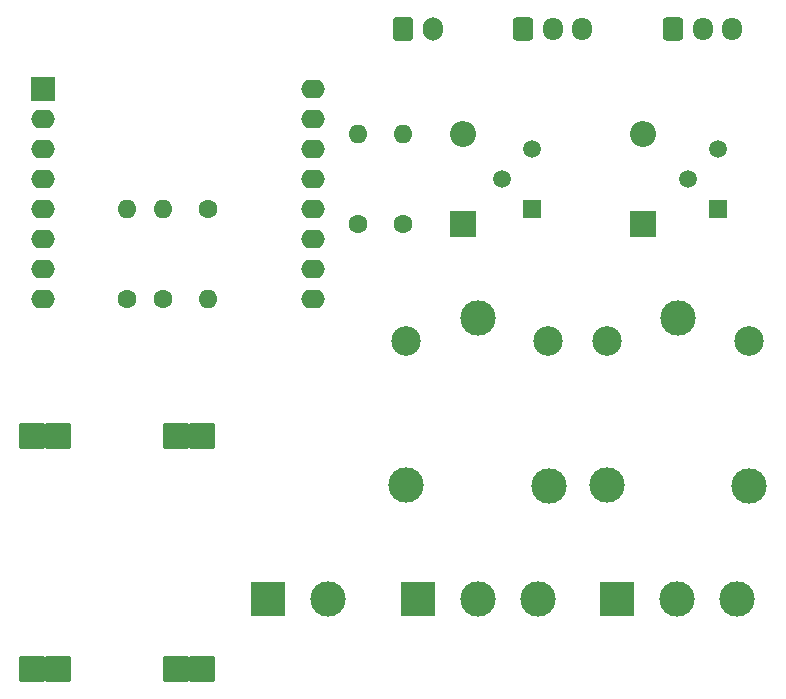
<source format=gts>
%TF.GenerationSoftware,KiCad,Pcbnew,7.0.10*%
%TF.CreationDate,2024-02-08T08:12:04+01:00*%
%TF.ProjectId,door_relay_sensor,646f6f72-5f72-4656-9c61-795f73656e73,rev?*%
%TF.SameCoordinates,Original*%
%TF.FileFunction,Soldermask,Top*%
%TF.FilePolarity,Negative*%
%FSLAX46Y46*%
G04 Gerber Fmt 4.6, Leading zero omitted, Abs format (unit mm)*
G04 Created by KiCad (PCBNEW 7.0.10) date 2024-02-08 08:12:04*
%MOMM*%
%LPD*%
G01*
G04 APERTURE LIST*
G04 Aperture macros list*
%AMRoundRect*
0 Rectangle with rounded corners*
0 $1 Rounding radius*
0 $2 $3 $4 $5 $6 $7 $8 $9 X,Y pos of 4 corners*
0 Add a 4 corners polygon primitive as box body*
4,1,4,$2,$3,$4,$5,$6,$7,$8,$9,$2,$3,0*
0 Add four circle primitives for the rounded corners*
1,1,$1+$1,$2,$3*
1,1,$1+$1,$4,$5*
1,1,$1+$1,$6,$7*
1,1,$1+$1,$8,$9*
0 Add four rect primitives between the rounded corners*
20,1,$1+$1,$2,$3,$4,$5,0*
20,1,$1+$1,$4,$5,$6,$7,0*
20,1,$1+$1,$6,$7,$8,$9,0*
20,1,$1+$1,$8,$9,$2,$3,0*%
G04 Aperture macros list end*
%ADD10R,3.000000X3.000000*%
%ADD11C,3.000000*%
%ADD12R,2.200000X2.200000*%
%ADD13O,2.200000X2.200000*%
%ADD14RoundRect,0.250000X-0.600000X-0.750000X0.600000X-0.750000X0.600000X0.750000X-0.600000X0.750000X0*%
%ADD15O,1.700000X2.000000*%
%ADD16R,1.500000X1.500000*%
%ADD17C,1.500000*%
%ADD18C,1.600000*%
%ADD19O,1.600000X1.600000*%
%ADD20RoundRect,0.200000X-0.900000X0.900000X-0.900000X-0.900000X0.900000X-0.900000X0.900000X0.900000X0*%
%ADD21C,2.500000*%
%ADD22RoundRect,0.250000X-0.600000X-0.725000X0.600000X-0.725000X0.600000X0.725000X-0.600000X0.725000X0*%
%ADD23O,1.700000X1.950000*%
%ADD24O,2.000000X1.600000*%
%ADD25R,2.000000X2.000000*%
G04 APERTURE END LIST*
D10*
%TO.C,DoorRelay1*%
X86360000Y-78740000D03*
D11*
X91440000Y-78740000D03*
X96520000Y-78740000D03*
%TD*%
D12*
%TO.C,D1*%
X90170000Y-46990000D03*
D13*
X90170000Y-39370000D03*
%TD*%
D14*
%TO.C,DoorSensor1*%
X85130000Y-30480000D03*
D15*
X87630000Y-30480000D03*
%TD*%
D16*
%TO.C,Q1*%
X96020000Y-45720000D03*
D17*
X93480000Y-43180000D03*
X96020000Y-40640000D03*
%TD*%
D18*
%TO.C,R2*%
X85090000Y-46990000D03*
D19*
X85090000Y-39370000D03*
%TD*%
D10*
%TO.C,Relay1*%
X103230206Y-78740000D03*
D11*
X108310206Y-78740000D03*
X113390206Y-78740000D03*
%TD*%
D20*
%TO.C,U2*%
X55860000Y-84730000D03*
X53660000Y-84730000D03*
X68060000Y-84730000D03*
X65860000Y-84730000D03*
X55860000Y-64930000D03*
X53660000Y-64930000D03*
X68060000Y-64930000D03*
X65860000Y-64930000D03*
%TD*%
D11*
%TO.C,K2*%
X108416818Y-55009562D03*
D21*
X102366818Y-56959562D03*
D11*
X102366818Y-69159562D03*
X114416818Y-69209562D03*
D21*
X114366818Y-56959562D03*
%TD*%
D10*
%TO.C,PowerIn1*%
X73660000Y-78740000D03*
D11*
X78740000Y-78740000D03*
%TD*%
%TO.C,K1*%
X91440000Y-55000000D03*
D21*
X85390000Y-56950000D03*
D11*
X85390000Y-69150000D03*
X97440000Y-69200000D03*
D21*
X97390000Y-56950000D03*
%TD*%
D18*
%TO.C,R3*%
X61705783Y-53349927D03*
D19*
X61705783Y-45729927D03*
%TD*%
D12*
%TO.C,D2*%
X105410000Y-46990000D03*
D13*
X105410000Y-39370000D03*
%TD*%
D22*
%TO.C,MotionSensor1*%
X107990000Y-30480000D03*
D23*
X110490000Y-30480000D03*
X112990000Y-30480000D03*
%TD*%
D18*
%TO.C,R1*%
X81280000Y-46990000D03*
D19*
X81280000Y-39370000D03*
%TD*%
D16*
%TO.C,Q2*%
X111760000Y-45720000D03*
D17*
X109220000Y-43180000D03*
X111760000Y-40640000D03*
%TD*%
D18*
%TO.C,R5*%
X68580000Y-45720000D03*
D19*
X68580000Y-53340000D03*
%TD*%
D24*
%TO.C,U1*%
X77470000Y-35560000D03*
X77470000Y-38100000D03*
X77470000Y-40640000D03*
X77470000Y-43180000D03*
X77470000Y-45720000D03*
X77470000Y-48260000D03*
X77470000Y-50800000D03*
X77470000Y-53340000D03*
X54610000Y-53340000D03*
X54610000Y-50800000D03*
X54610000Y-48260000D03*
X54610000Y-45720000D03*
X54610000Y-43180000D03*
X54610000Y-40640000D03*
X54610000Y-38100000D03*
D25*
X54610000Y-35560000D03*
%TD*%
D18*
%TO.C,R4*%
X64770000Y-53340000D03*
D19*
X64770000Y-45720000D03*
%TD*%
D22*
%TO.C,TempSensor1*%
X95290000Y-30480000D03*
D23*
X97790000Y-30480000D03*
X100290000Y-30480000D03*
%TD*%
M02*

</source>
